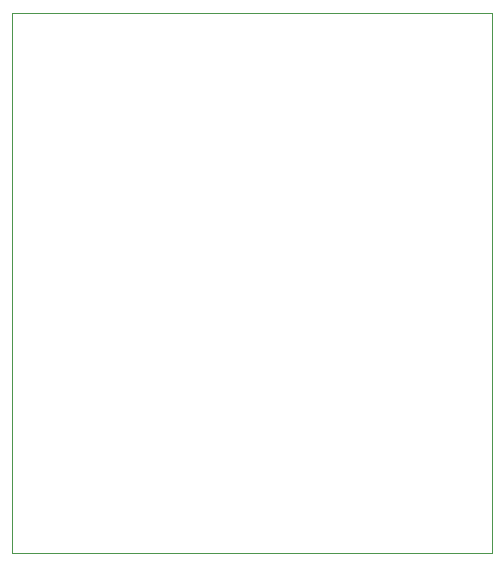
<source format=gbr>
%TF.GenerationSoftware,KiCad,Pcbnew,9.0.3*%
%TF.CreationDate,2025-07-16T11:43:19+02:00*%
%TF.ProjectId,ElbAltm1,456c6241-6c74-46d3-912e-6b696361645f,1.0*%
%TF.SameCoordinates,Original*%
%TF.FileFunction,Profile,NP*%
%FSLAX46Y46*%
G04 Gerber Fmt 4.6, Leading zero omitted, Abs format (unit mm)*
G04 Created by KiCad (PCBNEW 9.0.3) date 2025-07-16 11:43:19*
%MOMM*%
%LPD*%
G01*
G04 APERTURE LIST*
%TA.AperFunction,Profile*%
%ADD10C,0.050000*%
%TD*%
G04 APERTURE END LIST*
D10*
X129540000Y-77724000D02*
X170180000Y-77724000D01*
X170180000Y-123444000D01*
X129540000Y-123444000D01*
X129540000Y-77724000D01*
M02*

</source>
